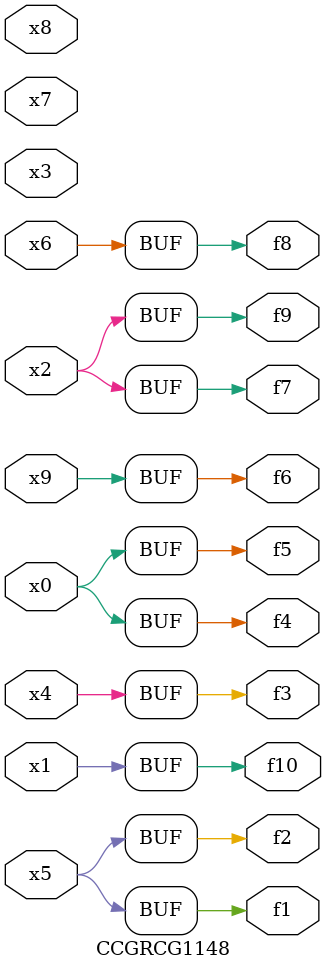
<source format=v>
module CCGRCG1148(
	input x0, x1, x2, x3, x4, x5, x6, x7, x8, x9,
	output f1, f2, f3, f4, f5, f6, f7, f8, f9, f10
);
	assign f1 = x5;
	assign f2 = x5;
	assign f3 = x4;
	assign f4 = x0;
	assign f5 = x0;
	assign f6 = x9;
	assign f7 = x2;
	assign f8 = x6;
	assign f9 = x2;
	assign f10 = x1;
endmodule

</source>
